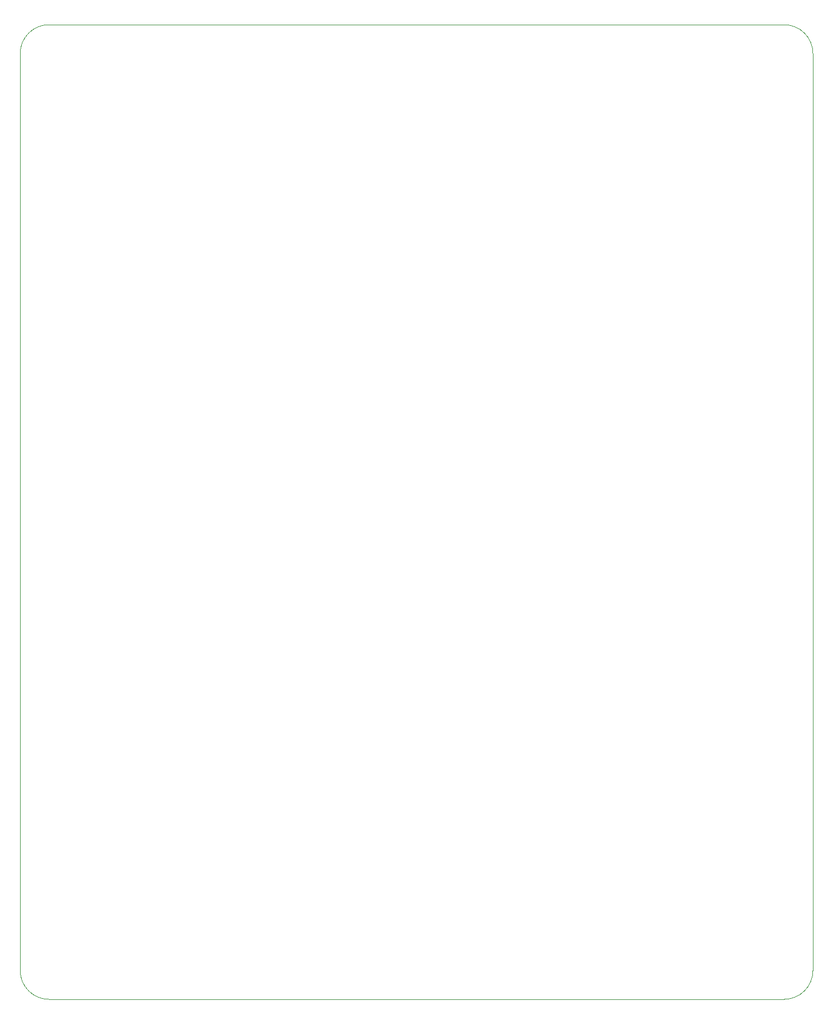
<source format=gbr>
%TF.GenerationSoftware,KiCad,Pcbnew,(6.0.1)*%
%TF.CreationDate,2024-03-16T16:11:50+01:00*%
%TF.ProjectId,CMU,434d552e-6b69-4636-9164-5f7063625858,rev?*%
%TF.SameCoordinates,Original*%
%TF.FileFunction,Profile,NP*%
%FSLAX46Y46*%
G04 Gerber Fmt 4.6, Leading zero omitted, Abs format (unit mm)*
G04 Created by KiCad (PCBNEW (6.0.1)) date 2024-03-16 16:11:50*
%MOMM*%
%LPD*%
G01*
G04 APERTURE LIST*
%TA.AperFunction,Profile*%
%ADD10C,0.100000*%
%TD*%
G04 APERTURE END LIST*
D10*
X67250000Y-95750000D02*
X67250000Y-231000000D01*
X180000000Y-91500000D02*
X71500000Y-91500000D01*
X71500000Y-91500000D02*
G75*
G03*
X67250000Y-95750000I-1J-4249999D01*
G01*
X180000000Y-235250000D02*
G75*
G03*
X184250000Y-231000000I1J4249999D01*
G01*
X71500000Y-235250000D02*
X180000000Y-235250000D01*
X67250000Y-231000000D02*
G75*
G03*
X71500000Y-235250000I4249999J-1D01*
G01*
X184250000Y-95750000D02*
G75*
G03*
X180000000Y-91500000I-4249999J1D01*
G01*
X184250000Y-231000000D02*
X184250000Y-95750000D01*
M02*

</source>
